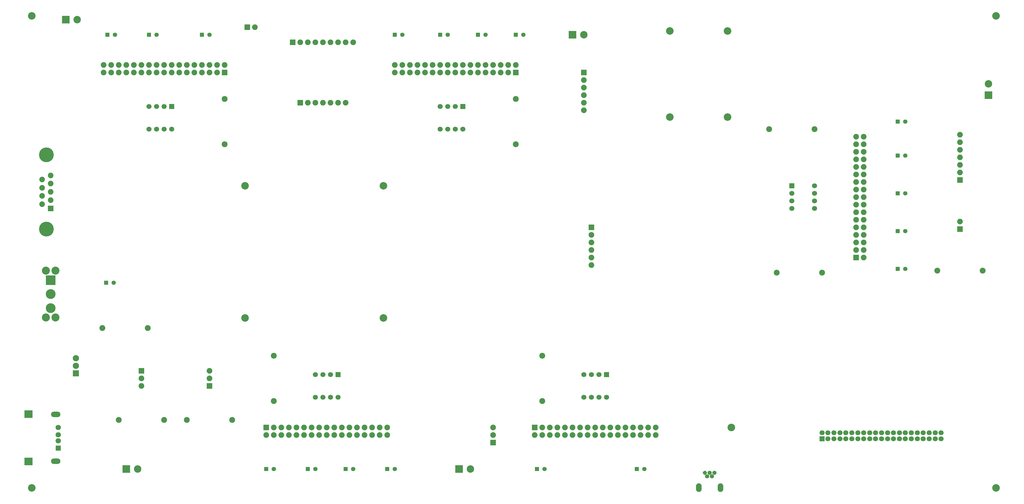
<source format=gbr>
G04 DipTrace 3.3.1.3*
G04 TopMask.gbr*
%MOIN*%
G04 #@! TF.FileFunction,Soldermask,Top*
G04 #@! TF.Part,Single*
%AMOUTLINE1*
4,1,8,
-0.01067,0.025761,
0.01067,0.025761,
0.025761,0.01067,
0.025761,-0.01067,
0.01067,-0.025761,
-0.01067,-0.025761,
-0.025761,-0.01067,
-0.025761,0.01067,
-0.01067,0.025761,
0*%
%ADD18R,0.066929X0.066929*%
%ADD19C,0.066929*%
%ADD33R,0.074803X0.074803*%
%ADD34C,0.074803*%
%ADD37C,0.098425*%
%ADD42C,0.1*%
%ADD57O,0.074803X0.114173*%
%ADD59C,0.055118*%
%ADD61C,0.106299*%
%ADD62C,0.129921*%
%ADD64R,0.129921X0.129921*%
%ADD66C,0.082677*%
%ADD67R,0.082677X0.082677*%
%ADD68R,0.110236X0.102362*%
%ADD70O,0.125984X0.070866*%
%ADD72R,0.070866X0.070866*%
%ADD74C,0.070866*%
%ADD77C,0.195276*%
%ADD79C,0.074409*%
%ADD81R,0.074409X0.074409*%
%ADD83R,0.098425X0.098425*%
%ADD84R,0.057874X0.057874*%
%ADD86C,0.057874*%
%ADD88C,0.077874*%
%ADD90C,0.077874*%
%ADD98OUTLINE1*%
%FSLAX26Y26*%
G04*
G70*
G90*
G75*
G01*
G04 TopMask*
%LPD*%
D90*
X3774016Y1700787D3*
D88*
Y2300787D3*
D90*
X13149016Y3425787D3*
D88*
X12549016D3*
D33*
X7974016Y4000787D3*
D34*
Y3900787D3*
Y3800787D3*
Y3700787D3*
Y3600787D3*
Y3500787D3*
D33*
X7874016Y6050787D3*
D34*
Y5950787D3*
Y5850787D3*
Y5750787D3*
Y5650787D3*
Y5550787D3*
D86*
X1659055Y3265748D3*
D84*
X1559055D3*
D86*
X3774016Y800787D3*
D84*
X3674016D3*
D86*
X5374016D3*
D84*
X5274016D3*
D86*
X4824016D3*
D84*
X4724016D3*
D86*
X4324016D3*
D84*
X4224016D3*
D86*
X7355512D3*
D84*
X7255512D3*
D86*
X8674016D3*
D84*
X8574016D3*
D86*
X2224016Y6550787D3*
D84*
X2124016D3*
D86*
X1674016D3*
D84*
X1574016D3*
D86*
X2924016D3*
D84*
X2824016D3*
D86*
X12124016Y5400787D3*
D84*
X12024016D3*
D86*
X12124016Y4950787D3*
D84*
X12024016D3*
D86*
X12124016Y4450787D3*
D84*
X12024016D3*
D86*
X12124016Y3950787D3*
D84*
X12024016D3*
D86*
X12124016Y3450787D3*
D84*
X12024016D3*
D86*
X5474016Y6550787D3*
D84*
X5374016D3*
D86*
X6074016D3*
D84*
X5974016D3*
D86*
X6574016D3*
D84*
X6474016D3*
D86*
X7074016D3*
D84*
X6974016D3*
D33*
X2924016Y1900787D3*
D34*
Y2000787D3*
Y2100787D3*
D33*
X4024016Y6450787D3*
D34*
X4124016D3*
X4224016D3*
X4324016D3*
X4424016D3*
X4524016D3*
X4624016D3*
X4724016D3*
X4824016D3*
D33*
X12849016Y3975787D3*
D34*
Y4075787D3*
D42*
X3393307Y4550787D3*
X5224016D3*
Y2798031D3*
X3393307D3*
X9010236Y6600787D3*
Y5459055D3*
X9774016D3*
Y6600787D3*
X574016Y6800787D3*
X13324016D3*
Y550787D3*
X574016D3*
D33*
X3124016Y6050787D3*
D34*
Y6150787D3*
X3024016Y6050787D3*
Y6150787D3*
X2924016Y6050787D3*
Y6150787D3*
X2824016Y6050787D3*
Y6150787D3*
X2724016Y6050787D3*
Y6150787D3*
X2624016Y6050787D3*
Y6150787D3*
X2524016Y6050787D3*
Y6150787D3*
X2424016Y6050787D3*
Y6150787D3*
X2324016Y6050787D3*
Y6150787D3*
X2224016Y6050787D3*
Y6150787D3*
X2124016Y6050787D3*
Y6150787D3*
X2024016Y6050787D3*
Y6150787D3*
X1924016Y6050787D3*
Y6150787D3*
X1824016Y6050787D3*
Y6150787D3*
X1724016Y6050787D3*
Y6150787D3*
X1624016Y6050787D3*
Y6150787D3*
X1524016Y6050787D3*
Y6150787D3*
D33*
X6974016Y6050787D3*
D34*
Y6150787D3*
X6874016Y6050787D3*
Y6150787D3*
X6774016Y6050787D3*
Y6150787D3*
X6674016Y6050787D3*
Y6150787D3*
X6574016Y6050787D3*
Y6150787D3*
X6474016Y6050787D3*
Y6150787D3*
X6374016Y6050787D3*
Y6150787D3*
X6274016Y6050787D3*
Y6150787D3*
X6174016Y6050787D3*
Y6150787D3*
X6074016Y6050787D3*
Y6150787D3*
X5974016Y6050787D3*
Y6150787D3*
X5874016Y6050787D3*
Y6150787D3*
X5774016Y6050787D3*
Y6150787D3*
X5674016Y6050787D3*
Y6150787D3*
X5574016Y6050787D3*
Y6150787D3*
X5474016Y6050787D3*
Y6150787D3*
X5374016Y6050787D3*
Y6150787D3*
D33*
X11474016Y3600787D3*
D34*
X11574016D3*
X11474016Y3700787D3*
X11574016D3*
X11474016Y3800787D3*
X11574016D3*
X11474016Y3900787D3*
X11574016D3*
X11474016Y4000787D3*
X11574016D3*
X11474016Y4100787D3*
X11574016D3*
X11474016Y4200787D3*
X11574016D3*
X11474016Y4300787D3*
X11574016D3*
X11474016Y4400787D3*
X11574016D3*
X11474016Y4500787D3*
X11574016D3*
X11474016Y4600787D3*
X11574016D3*
X11474016Y4700787D3*
X11574016D3*
X11474016Y4800787D3*
X11574016D3*
X11474016Y4900787D3*
X11574016D3*
X11474016Y5000787D3*
X11574016D3*
X11474016Y5100787D3*
X11574016D3*
X11474016Y5200787D3*
X11574016D3*
D33*
X7224016Y1350787D3*
D34*
Y1250787D3*
X7324016Y1350787D3*
Y1250787D3*
X7424016Y1350787D3*
Y1250787D3*
X7524016Y1350787D3*
Y1250787D3*
X7624016Y1350787D3*
Y1250787D3*
X7724016Y1350787D3*
Y1250787D3*
X7824016Y1350787D3*
Y1250787D3*
X7924016Y1350787D3*
Y1250787D3*
X8024016Y1350787D3*
Y1250787D3*
X8124016Y1350787D3*
Y1250787D3*
X8224016Y1350787D3*
Y1250787D3*
X8324016Y1350787D3*
Y1250787D3*
X8424016Y1350787D3*
Y1250787D3*
X8524016Y1350787D3*
Y1250787D3*
X8624016Y1350787D3*
Y1250787D3*
X8724016Y1350787D3*
Y1250787D3*
X8824016Y1350787D3*
Y1250787D3*
D33*
X3674016Y1350787D3*
D34*
Y1250787D3*
X3774016Y1350787D3*
Y1250787D3*
X3874016Y1350787D3*
Y1250787D3*
X3974016Y1350787D3*
Y1250787D3*
X4074016Y1350787D3*
Y1250787D3*
X4174016Y1350787D3*
Y1250787D3*
X4274016Y1350787D3*
Y1250787D3*
X4374016Y1350787D3*
Y1250787D3*
X4474016Y1350787D3*
Y1250787D3*
X4574016Y1350787D3*
Y1250787D3*
X4674016Y1350787D3*
Y1250787D3*
X4774016Y1350787D3*
Y1250787D3*
X4874016Y1350787D3*
Y1250787D3*
X4974016Y1350787D3*
Y1250787D3*
X5074016Y1350787D3*
Y1250787D3*
X5174016Y1350787D3*
Y1250787D3*
X5274016Y1350787D3*
Y1250787D3*
D83*
X7724016Y6550787D3*
D37*
X7874016D3*
D81*
X824016Y4250787D3*
D79*
Y4359843D3*
Y4468898D3*
Y4577953D3*
Y4687008D3*
X712205Y4305315D3*
Y4414370D3*
Y4523425D3*
Y4632480D3*
D77*
X768111Y3976969D3*
Y4960827D3*
D33*
X3424016Y6650787D3*
D34*
X3524016D3*
D83*
X1024016Y6750787D3*
D37*
X1174016D3*
D83*
X6224016Y800787D3*
D37*
X6374016D3*
D18*
X11024016Y1200787D3*
D19*
X11102756D3*
X11181496D3*
X11260236D3*
X11338976D3*
X11417717D3*
X11496457D3*
X11575197D3*
X11653937D3*
X11732677D3*
X11811417D3*
X11890157D3*
X11968898D3*
X12047638D3*
X12126378D3*
X12205118D3*
X12283858D3*
X12362598D3*
X12441339D3*
X12520079D3*
X12598819D3*
Y1279528D3*
X12520079D3*
X12441339D3*
X12362598D3*
X12283858D3*
X12205118D3*
X12126378D3*
X12047638D3*
X11968898D3*
X11890157D3*
X11811417D3*
X11732677D3*
X11653937D3*
X11575197D3*
X11496457D3*
X11417717D3*
X11338976D3*
X11260236D3*
X11181496D3*
X11102756D3*
X11024016D3*
D83*
X13224016Y5750787D3*
D37*
Y5900787D3*
D74*
X924016Y1350787D3*
Y1252362D3*
Y1173622D3*
D72*
Y1075197D3*
D70*
X890551Y1522047D3*
Y903937D3*
D68*
X532283Y1525984D3*
Y900000D3*
D83*
X1824016Y800787D3*
D37*
X1974016D3*
D33*
X4124016Y5650787D3*
D34*
X4224016D3*
X4324016D3*
X4424016D3*
X4524016D3*
X4624016D3*
X4724016D3*
D90*
X1724016Y1450787D3*
D88*
X2324016D3*
D90*
X3224016D3*
D88*
X2624016D3*
D90*
X7324016Y2300787D3*
D88*
Y1700787D3*
D90*
X3124016Y5100787D3*
D88*
Y5700787D3*
D90*
X6974016D3*
D88*
Y5100787D3*
D90*
X10924016Y5300787D3*
D88*
X10324016D3*
D90*
X2109055Y2665748D3*
D88*
X1509055D3*
D90*
X10424016Y3400787D3*
D88*
X11024016D3*
D67*
X1159055Y2065748D3*
D66*
Y2165748D3*
Y2265748D3*
D33*
X2024016Y2100787D3*
D34*
Y2000787D3*
Y1900787D3*
D64*
X824016Y3300787D3*
D62*
Y3115748D3*
Y2930709D3*
D61*
X886614Y2805709D3*
X761417D3*
Y3425787D3*
X886614D3*
D33*
X6674016Y1150787D3*
D34*
Y1250787D3*
Y1350787D3*
D18*
X2424016Y5600787D3*
D19*
X2324016D3*
X2224016D3*
X2124016D3*
Y5300787D3*
X2224016D3*
X2324016D3*
X2424016D3*
D18*
X6274016Y5600787D3*
D19*
X6174016D3*
X6074016D3*
X5974016D3*
Y5300787D3*
X6074016D3*
X6174016D3*
X6274016D3*
D18*
X10624016Y4550787D3*
D19*
Y4450787D3*
Y4350787D3*
Y4250787D3*
X10924016D3*
Y4350787D3*
Y4450787D3*
Y4550787D3*
D18*
X4624016Y2050787D3*
D19*
X4524016D3*
X4424016D3*
X4324016D3*
Y1750787D3*
X4424016D3*
X4524016D3*
X4624016D3*
D18*
X8174016Y2050787D3*
D19*
X8074016D3*
X7974016D3*
X7874016D3*
Y1750787D3*
X7974016D3*
X8074016D3*
X8174016D3*
D33*
X12849016Y4625787D3*
D34*
Y4725787D3*
Y4825787D3*
Y4925787D3*
Y5025787D3*
Y5125787D3*
Y5225787D3*
D98*
X9474016Y750787D3*
D59*
X9505512Y703543D3*
X9537008Y750787D3*
X9568504Y703543D3*
X9600000Y750787D3*
D57*
X9393307Y551969D3*
X9680709D3*
D42*
X9824016Y1350787D3*
M02*

</source>
